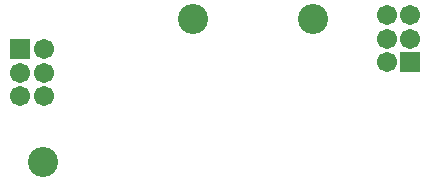
<source format=gbr>
G04 DipTrace Beta 2.9.0.1*
G04 BottomMask.gbr*
%MOIN*%
G04 #@! TF.FileFunction,Soldermask,Bot*
G04 #@! TF.Part,Single*
%ADD25C,0.1004*%
%ADD32C,0.067055*%
%ADD34R,0.067055X0.067055*%
%FSLAX26Y26*%
G04*
G70*
G90*
G75*
G01*
G04 BotMask*
%LPD*%
D25*
X675580Y525755D3*
X1175580Y1000755D3*
X1575580D3*
D34*
X600272Y900303D3*
D32*
Y821563D3*
Y742823D3*
X679012D3*
Y821563D3*
Y900303D3*
D34*
X1900408Y856549D3*
D32*
Y935289D3*
Y1014029D3*
X1821668D3*
Y935289D3*
Y856549D3*
M02*

</source>
